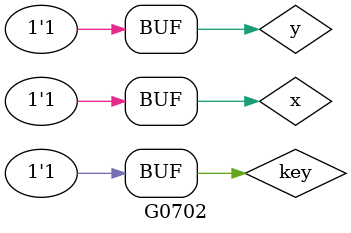
<source format=v>

module f1 (output r, input x,y, key);

	wire o1b;		  //  or buffer 1
	wire o2b;   	//      ==    2
	wire a1b;			//      ==    3
	wire nob;     // nor buffer
	wire not_key;
	not  NOT1  (not_key, key);
	or    OR1  (a1b, x,y);
	nor  NOR1  (nab, x,y);
	and  AND2  (a2b, a1b, not_key);
	and  AND3  (a3b, nab, key);
	or   OR2   (r, a2b, a3b);

endmodule // f1

module G0702;

// Define data
	reg x = 1'b0;
	reg y = 1'b0;
	reg key = 1'b0;
	wire r;

	f1 F1 (r, x,y,key);

	initial
		begin : main

			$display ("\nG0701 -\n");
			
			$display ("key = 0 | or");
			$monitor ("%b | %b %b | %b",key, x,y, r);
			#1 y = 1'b1;
			#1 x = 1'b1; y = 1'b0;
			#1 x = 1'b1; y = 1'b1;
			#1 $display ("\nkey = 1 | nor");
			#1 key = 1'b1; x = 1'b0; y = 1'b0;
		  #1 key = 1'b1; x = 1'b0; y = 1'b1;
			#1 key = 1'b1; x = 1'b1; y = 1'b0;
			#1 key = 1'b1; x = 1'b1; y = 1'b1;

		end // main

endmodule // G0702

</source>
